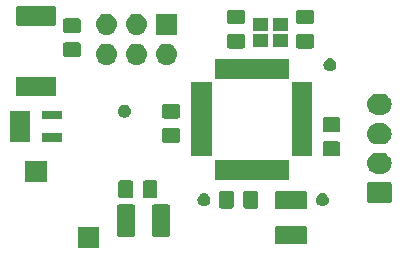
<source format=gbr>
G04 #@! TF.GenerationSoftware,KiCad,Pcbnew,(5.1.4-0-10_14)*
G04 #@! TF.CreationDate,2020-02-11T17:38:49-05:00*
G04 #@! TF.ProjectId,Chinchou,4368696e-6368-46f7-952e-6b696361645f,rev?*
G04 #@! TF.SameCoordinates,Original*
G04 #@! TF.FileFunction,Soldermask,Top*
G04 #@! TF.FilePolarity,Negative*
%FSLAX46Y46*%
G04 Gerber Fmt 4.6, Leading zero omitted, Abs format (unit mm)*
G04 Created by KiCad (PCBNEW (5.1.4-0-10_14)) date 2020-02-11 17:38:49*
%MOMM*%
%LPD*%
G04 APERTURE LIST*
%ADD10C,0.100000*%
G04 APERTURE END LIST*
D10*
G36*
X21841000Y-35741000D02*
G01*
X20039000Y-35741000D01*
X20039000Y-33939000D01*
X21841000Y-33939000D01*
X21841000Y-35741000D01*
X21841000Y-35741000D01*
G37*
G36*
X39325562Y-33875181D02*
G01*
X39360481Y-33885774D01*
X39392663Y-33902976D01*
X39420873Y-33926127D01*
X39444024Y-33954337D01*
X39461226Y-33986519D01*
X39471819Y-34021438D01*
X39476000Y-34063895D01*
X39476000Y-35205105D01*
X39471819Y-35247562D01*
X39461226Y-35282481D01*
X39444024Y-35314663D01*
X39420873Y-35342873D01*
X39392663Y-35366024D01*
X39360481Y-35383226D01*
X39325562Y-35393819D01*
X39283105Y-35398000D01*
X36916895Y-35398000D01*
X36874438Y-35393819D01*
X36839519Y-35383226D01*
X36807337Y-35366024D01*
X36779127Y-35342873D01*
X36755976Y-35314663D01*
X36738774Y-35282481D01*
X36728181Y-35247562D01*
X36724000Y-35205105D01*
X36724000Y-34063895D01*
X36728181Y-34021438D01*
X36738774Y-33986519D01*
X36755976Y-33954337D01*
X36779127Y-33926127D01*
X36807337Y-33902976D01*
X36839519Y-33885774D01*
X36874438Y-33875181D01*
X36916895Y-33871000D01*
X39283105Y-33871000D01*
X39325562Y-33875181D01*
X39325562Y-33875181D01*
G37*
G36*
X27718062Y-32029181D02*
G01*
X27752981Y-32039774D01*
X27785163Y-32056976D01*
X27813373Y-32080127D01*
X27836524Y-32108337D01*
X27853726Y-32140519D01*
X27864319Y-32175438D01*
X27868500Y-32217895D01*
X27868500Y-34584105D01*
X27864319Y-34626562D01*
X27853726Y-34661481D01*
X27836524Y-34693663D01*
X27813373Y-34721873D01*
X27785163Y-34745024D01*
X27752981Y-34762226D01*
X27718062Y-34772819D01*
X27675605Y-34777000D01*
X26534395Y-34777000D01*
X26491938Y-34772819D01*
X26457019Y-34762226D01*
X26424837Y-34745024D01*
X26396627Y-34721873D01*
X26373476Y-34693663D01*
X26356274Y-34661481D01*
X26345681Y-34626562D01*
X26341500Y-34584105D01*
X26341500Y-32217895D01*
X26345681Y-32175438D01*
X26356274Y-32140519D01*
X26373476Y-32108337D01*
X26396627Y-32080127D01*
X26424837Y-32056976D01*
X26457019Y-32039774D01*
X26491938Y-32029181D01*
X26534395Y-32025000D01*
X27675605Y-32025000D01*
X27718062Y-32029181D01*
X27718062Y-32029181D01*
G37*
G36*
X24743062Y-32029181D02*
G01*
X24777981Y-32039774D01*
X24810163Y-32056976D01*
X24838373Y-32080127D01*
X24861524Y-32108337D01*
X24878726Y-32140519D01*
X24889319Y-32175438D01*
X24893500Y-32217895D01*
X24893500Y-34584105D01*
X24889319Y-34626562D01*
X24878726Y-34661481D01*
X24861524Y-34693663D01*
X24838373Y-34721873D01*
X24810163Y-34745024D01*
X24777981Y-34762226D01*
X24743062Y-34772819D01*
X24700605Y-34777000D01*
X23559395Y-34777000D01*
X23516938Y-34772819D01*
X23482019Y-34762226D01*
X23449837Y-34745024D01*
X23421627Y-34721873D01*
X23398476Y-34693663D01*
X23381274Y-34661481D01*
X23370681Y-34626562D01*
X23366500Y-34584105D01*
X23366500Y-32217895D01*
X23370681Y-32175438D01*
X23381274Y-32140519D01*
X23398476Y-32108337D01*
X23421627Y-32080127D01*
X23449837Y-32056976D01*
X23482019Y-32039774D01*
X23516938Y-32029181D01*
X23559395Y-32025000D01*
X24700605Y-32025000D01*
X24743062Y-32029181D01*
X24743062Y-32029181D01*
G37*
G36*
X39325562Y-30900181D02*
G01*
X39360481Y-30910774D01*
X39392663Y-30927976D01*
X39420873Y-30951127D01*
X39444024Y-30979337D01*
X39461226Y-31011519D01*
X39471819Y-31046438D01*
X39476000Y-31088895D01*
X39476000Y-32230105D01*
X39471819Y-32272562D01*
X39461226Y-32307481D01*
X39444024Y-32339663D01*
X39420873Y-32367873D01*
X39392663Y-32391024D01*
X39360481Y-32408226D01*
X39325562Y-32418819D01*
X39283105Y-32423000D01*
X36916895Y-32423000D01*
X36874438Y-32418819D01*
X36839519Y-32408226D01*
X36807337Y-32391024D01*
X36779127Y-32367873D01*
X36755976Y-32339663D01*
X36738774Y-32307481D01*
X36728181Y-32272562D01*
X36724000Y-32230105D01*
X36724000Y-31088895D01*
X36728181Y-31046438D01*
X36738774Y-31011519D01*
X36755976Y-30979337D01*
X36779127Y-30951127D01*
X36807337Y-30927976D01*
X36839519Y-30910774D01*
X36874438Y-30900181D01*
X36916895Y-30896000D01*
X39283105Y-30896000D01*
X39325562Y-30900181D01*
X39325562Y-30900181D01*
G37*
G36*
X35152674Y-30876465D02*
G01*
X35190367Y-30887899D01*
X35225103Y-30906466D01*
X35255548Y-30931452D01*
X35280534Y-30961897D01*
X35299101Y-30996633D01*
X35310535Y-31034326D01*
X35315000Y-31079661D01*
X35315000Y-32166339D01*
X35310535Y-32211674D01*
X35299101Y-32249367D01*
X35280534Y-32284103D01*
X35255548Y-32314548D01*
X35225103Y-32339534D01*
X35190367Y-32358101D01*
X35152674Y-32369535D01*
X35107339Y-32374000D01*
X34270661Y-32374000D01*
X34225326Y-32369535D01*
X34187633Y-32358101D01*
X34152897Y-32339534D01*
X34122452Y-32314548D01*
X34097466Y-32284103D01*
X34078899Y-32249367D01*
X34067465Y-32211674D01*
X34063000Y-32166339D01*
X34063000Y-31079661D01*
X34067465Y-31034326D01*
X34078899Y-30996633D01*
X34097466Y-30961897D01*
X34122452Y-30931452D01*
X34152897Y-30906466D01*
X34187633Y-30887899D01*
X34225326Y-30876465D01*
X34270661Y-30872000D01*
X35107339Y-30872000D01*
X35152674Y-30876465D01*
X35152674Y-30876465D01*
G37*
G36*
X33102674Y-30876465D02*
G01*
X33140367Y-30887899D01*
X33175103Y-30906466D01*
X33205548Y-30931452D01*
X33230534Y-30961897D01*
X33249101Y-30996633D01*
X33260535Y-31034326D01*
X33265000Y-31079661D01*
X33265000Y-32166339D01*
X33260535Y-32211674D01*
X33249101Y-32249367D01*
X33230534Y-32284103D01*
X33205548Y-32314548D01*
X33175103Y-32339534D01*
X33140367Y-32358101D01*
X33102674Y-32369535D01*
X33057339Y-32374000D01*
X32220661Y-32374000D01*
X32175326Y-32369535D01*
X32137633Y-32358101D01*
X32102897Y-32339534D01*
X32072452Y-32314548D01*
X32047466Y-32284103D01*
X32028899Y-32249367D01*
X32017465Y-32211674D01*
X32013000Y-32166339D01*
X32013000Y-31079661D01*
X32017465Y-31034326D01*
X32028899Y-30996633D01*
X32047466Y-30961897D01*
X32072452Y-30931452D01*
X32102897Y-30906466D01*
X32137633Y-30887899D01*
X32175326Y-30876465D01*
X32220661Y-30872000D01*
X33057339Y-30872000D01*
X33102674Y-30876465D01*
X33102674Y-30876465D01*
G37*
G36*
X40927721Y-31093174D02*
G01*
X41027995Y-31134709D01*
X41071675Y-31163895D01*
X41118242Y-31195010D01*
X41194990Y-31271758D01*
X41194991Y-31271760D01*
X41255291Y-31362005D01*
X41296826Y-31462279D01*
X41318000Y-31568730D01*
X41318000Y-31677270D01*
X41296826Y-31783721D01*
X41255291Y-31883995D01*
X41255290Y-31883996D01*
X41194990Y-31974242D01*
X41118242Y-32050990D01*
X41109283Y-32056976D01*
X41027995Y-32111291D01*
X40927721Y-32152826D01*
X40821270Y-32174000D01*
X40712730Y-32174000D01*
X40606279Y-32152826D01*
X40506005Y-32111291D01*
X40424717Y-32056976D01*
X40415758Y-32050990D01*
X40339010Y-31974242D01*
X40278710Y-31883996D01*
X40278709Y-31883995D01*
X40237174Y-31783721D01*
X40216000Y-31677270D01*
X40216000Y-31568730D01*
X40237174Y-31462279D01*
X40278709Y-31362005D01*
X40339009Y-31271760D01*
X40339010Y-31271758D01*
X40415758Y-31195010D01*
X40462325Y-31163895D01*
X40506005Y-31134709D01*
X40606279Y-31093174D01*
X40712730Y-31072000D01*
X40821270Y-31072000D01*
X40927721Y-31093174D01*
X40927721Y-31093174D01*
G37*
G36*
X30894721Y-31093174D02*
G01*
X30994995Y-31134709D01*
X31038675Y-31163895D01*
X31085242Y-31195010D01*
X31161990Y-31271758D01*
X31161991Y-31271760D01*
X31222291Y-31362005D01*
X31263826Y-31462279D01*
X31285000Y-31568730D01*
X31285000Y-31677270D01*
X31263826Y-31783721D01*
X31222291Y-31883995D01*
X31222290Y-31883996D01*
X31161990Y-31974242D01*
X31085242Y-32050990D01*
X31076283Y-32056976D01*
X30994995Y-32111291D01*
X30894721Y-32152826D01*
X30788270Y-32174000D01*
X30679730Y-32174000D01*
X30573279Y-32152826D01*
X30473005Y-32111291D01*
X30391717Y-32056976D01*
X30382758Y-32050990D01*
X30306010Y-31974242D01*
X30245710Y-31883996D01*
X30245709Y-31883995D01*
X30204174Y-31783721D01*
X30183000Y-31677270D01*
X30183000Y-31568730D01*
X30204174Y-31462279D01*
X30245709Y-31362005D01*
X30306009Y-31271760D01*
X30306010Y-31271758D01*
X30382758Y-31195010D01*
X30429325Y-31163895D01*
X30473005Y-31134709D01*
X30573279Y-31093174D01*
X30679730Y-31072000D01*
X30788270Y-31072000D01*
X30894721Y-31093174D01*
X30894721Y-31093174D01*
G37*
G36*
X46476600Y-30137989D02*
G01*
X46509652Y-30148015D01*
X46540103Y-30164292D01*
X46566799Y-30186201D01*
X46588708Y-30212897D01*
X46604985Y-30243348D01*
X46615011Y-30276400D01*
X46619000Y-30316903D01*
X46619000Y-31753097D01*
X46615011Y-31793600D01*
X46604985Y-31826652D01*
X46588708Y-31857103D01*
X46566799Y-31883799D01*
X46540103Y-31905708D01*
X46509652Y-31921985D01*
X46476600Y-31932011D01*
X46436097Y-31936000D01*
X44749903Y-31936000D01*
X44709400Y-31932011D01*
X44676348Y-31921985D01*
X44645897Y-31905708D01*
X44619201Y-31883799D01*
X44597292Y-31857103D01*
X44581015Y-31826652D01*
X44570989Y-31793600D01*
X44567000Y-31753097D01*
X44567000Y-30316903D01*
X44570989Y-30276400D01*
X44581015Y-30243348D01*
X44597292Y-30212897D01*
X44619201Y-30186201D01*
X44645897Y-30164292D01*
X44676348Y-30148015D01*
X44709400Y-30137989D01*
X44749903Y-30134000D01*
X46436097Y-30134000D01*
X46476600Y-30137989D01*
X46476600Y-30137989D01*
G37*
G36*
X26634674Y-29987465D02*
G01*
X26672367Y-29998899D01*
X26707103Y-30017466D01*
X26737548Y-30042452D01*
X26762534Y-30072897D01*
X26781101Y-30107633D01*
X26792535Y-30145326D01*
X26797000Y-30190661D01*
X26797000Y-31277339D01*
X26792535Y-31322674D01*
X26781101Y-31360367D01*
X26762534Y-31395103D01*
X26737548Y-31425548D01*
X26707103Y-31450534D01*
X26672367Y-31469101D01*
X26634674Y-31480535D01*
X26589339Y-31485000D01*
X25752661Y-31485000D01*
X25707326Y-31480535D01*
X25669633Y-31469101D01*
X25634897Y-31450534D01*
X25604452Y-31425548D01*
X25579466Y-31395103D01*
X25560899Y-31360367D01*
X25549465Y-31322674D01*
X25545000Y-31277339D01*
X25545000Y-30190661D01*
X25549465Y-30145326D01*
X25560899Y-30107633D01*
X25579466Y-30072897D01*
X25604452Y-30042452D01*
X25634897Y-30017466D01*
X25669633Y-29998899D01*
X25707326Y-29987465D01*
X25752661Y-29983000D01*
X26589339Y-29983000D01*
X26634674Y-29987465D01*
X26634674Y-29987465D01*
G37*
G36*
X24584674Y-29987465D02*
G01*
X24622367Y-29998899D01*
X24657103Y-30017466D01*
X24687548Y-30042452D01*
X24712534Y-30072897D01*
X24731101Y-30107633D01*
X24742535Y-30145326D01*
X24747000Y-30190661D01*
X24747000Y-31277339D01*
X24742535Y-31322674D01*
X24731101Y-31360367D01*
X24712534Y-31395103D01*
X24687548Y-31425548D01*
X24657103Y-31450534D01*
X24622367Y-31469101D01*
X24584674Y-31480535D01*
X24539339Y-31485000D01*
X23702661Y-31485000D01*
X23657326Y-31480535D01*
X23619633Y-31469101D01*
X23584897Y-31450534D01*
X23554452Y-31425548D01*
X23529466Y-31395103D01*
X23510899Y-31360367D01*
X23499465Y-31322674D01*
X23495000Y-31277339D01*
X23495000Y-30190661D01*
X23499465Y-30145326D01*
X23510899Y-30107633D01*
X23529466Y-30072897D01*
X23554452Y-30042452D01*
X23584897Y-30017466D01*
X23619633Y-29998899D01*
X23657326Y-29987465D01*
X23702661Y-29983000D01*
X24539339Y-29983000D01*
X24584674Y-29987465D01*
X24584674Y-29987465D01*
G37*
G36*
X17411000Y-30111000D02*
G01*
X15609000Y-30111000D01*
X15609000Y-28309000D01*
X17411000Y-28309000D01*
X17411000Y-30111000D01*
X17411000Y-30111000D01*
G37*
G36*
X37905000Y-29925000D02*
G01*
X31653000Y-29925000D01*
X31653000Y-28223000D01*
X37905000Y-28223000D01*
X37905000Y-29925000D01*
X37905000Y-29925000D01*
G37*
G36*
X45828443Y-27640519D02*
G01*
X45894627Y-27647037D01*
X46064466Y-27698557D01*
X46220991Y-27782222D01*
X46256729Y-27811552D01*
X46358186Y-27894814D01*
X46441448Y-27996271D01*
X46470778Y-28032009D01*
X46554443Y-28188534D01*
X46605963Y-28358373D01*
X46623359Y-28535000D01*
X46605963Y-28711627D01*
X46554443Y-28881466D01*
X46470778Y-29037991D01*
X46441448Y-29073729D01*
X46358186Y-29175186D01*
X46256729Y-29258448D01*
X46220991Y-29287778D01*
X46064466Y-29371443D01*
X45894627Y-29422963D01*
X45828443Y-29429481D01*
X45762260Y-29436000D01*
X45423740Y-29436000D01*
X45357557Y-29429481D01*
X45291373Y-29422963D01*
X45121534Y-29371443D01*
X44965009Y-29287778D01*
X44929271Y-29258448D01*
X44827814Y-29175186D01*
X44744552Y-29073729D01*
X44715222Y-29037991D01*
X44631557Y-28881466D01*
X44580037Y-28711627D01*
X44562641Y-28535000D01*
X44580037Y-28358373D01*
X44631557Y-28188534D01*
X44715222Y-28032009D01*
X44744552Y-27996271D01*
X44827814Y-27894814D01*
X44929271Y-27811552D01*
X44965009Y-27782222D01*
X45121534Y-27698557D01*
X45291373Y-27647037D01*
X45357557Y-27640519D01*
X45423740Y-27634000D01*
X45762260Y-27634000D01*
X45828443Y-27640519D01*
X45828443Y-27640519D01*
G37*
G36*
X39880000Y-27950000D02*
G01*
X38178000Y-27950000D01*
X38178000Y-21698000D01*
X39880000Y-21698000D01*
X39880000Y-27950000D01*
X39880000Y-27950000D01*
G37*
G36*
X31380000Y-27950000D02*
G01*
X29678000Y-27950000D01*
X29678000Y-21698000D01*
X31380000Y-21698000D01*
X31380000Y-27950000D01*
X31380000Y-27950000D01*
G37*
G36*
X42117674Y-26692465D02*
G01*
X42155367Y-26703899D01*
X42190103Y-26722466D01*
X42220548Y-26747452D01*
X42245534Y-26777897D01*
X42264101Y-26812633D01*
X42275535Y-26850326D01*
X42280000Y-26895661D01*
X42280000Y-27732339D01*
X42275535Y-27777674D01*
X42264101Y-27815367D01*
X42245534Y-27850103D01*
X42220548Y-27880548D01*
X42190103Y-27905534D01*
X42155367Y-27924101D01*
X42117674Y-27935535D01*
X42072339Y-27940000D01*
X40985661Y-27940000D01*
X40940326Y-27935535D01*
X40902633Y-27924101D01*
X40867897Y-27905534D01*
X40837452Y-27880548D01*
X40812466Y-27850103D01*
X40793899Y-27815367D01*
X40782465Y-27777674D01*
X40778000Y-27732339D01*
X40778000Y-26895661D01*
X40782465Y-26850326D01*
X40793899Y-26812633D01*
X40812466Y-26777897D01*
X40837452Y-26747452D01*
X40867897Y-26722466D01*
X40902633Y-26703899D01*
X40940326Y-26692465D01*
X40985661Y-26688000D01*
X42072339Y-26688000D01*
X42117674Y-26692465D01*
X42117674Y-26692465D01*
G37*
G36*
X45828443Y-25140519D02*
G01*
X45894627Y-25147037D01*
X46064466Y-25198557D01*
X46220991Y-25282222D01*
X46256729Y-25311552D01*
X46358186Y-25394814D01*
X46441448Y-25496271D01*
X46470778Y-25532009D01*
X46554443Y-25688534D01*
X46605963Y-25858373D01*
X46623359Y-26035000D01*
X46605963Y-26211627D01*
X46554443Y-26381466D01*
X46470778Y-26537991D01*
X46441448Y-26573729D01*
X46358186Y-26675186D01*
X46295924Y-26726282D01*
X46220991Y-26787778D01*
X46064466Y-26871443D01*
X45894627Y-26922963D01*
X45828443Y-26929481D01*
X45762260Y-26936000D01*
X45423740Y-26936000D01*
X45357557Y-26929481D01*
X45291373Y-26922963D01*
X45121534Y-26871443D01*
X44965009Y-26787778D01*
X44890076Y-26726282D01*
X44827814Y-26675186D01*
X44744552Y-26573729D01*
X44715222Y-26537991D01*
X44631557Y-26381466D01*
X44580037Y-26211627D01*
X44562641Y-26035000D01*
X44580037Y-25858373D01*
X44631557Y-25688534D01*
X44715222Y-25532009D01*
X44744552Y-25496271D01*
X44827814Y-25394814D01*
X44929271Y-25311552D01*
X44965009Y-25282222D01*
X45121534Y-25198557D01*
X45291373Y-25147037D01*
X45357558Y-25140518D01*
X45423740Y-25134000D01*
X45762260Y-25134000D01*
X45828443Y-25140519D01*
X45828443Y-25140519D01*
G37*
G36*
X28528674Y-25558465D02*
G01*
X28566367Y-25569899D01*
X28601103Y-25588466D01*
X28631548Y-25613452D01*
X28656534Y-25643897D01*
X28675101Y-25678633D01*
X28686535Y-25716326D01*
X28691000Y-25761661D01*
X28691000Y-26598339D01*
X28686535Y-26643674D01*
X28675101Y-26681367D01*
X28656534Y-26716103D01*
X28631548Y-26746548D01*
X28601103Y-26771534D01*
X28566367Y-26790101D01*
X28528674Y-26801535D01*
X28483339Y-26806000D01*
X27396661Y-26806000D01*
X27351326Y-26801535D01*
X27313633Y-26790101D01*
X27278897Y-26771534D01*
X27248452Y-26746548D01*
X27223466Y-26716103D01*
X27204899Y-26681367D01*
X27193465Y-26643674D01*
X27189000Y-26598339D01*
X27189000Y-25761661D01*
X27193465Y-25716326D01*
X27204899Y-25678633D01*
X27223466Y-25643897D01*
X27248452Y-25613452D01*
X27278897Y-25588466D01*
X27313633Y-25569899D01*
X27351326Y-25558465D01*
X27396661Y-25554000D01*
X28483339Y-25554000D01*
X28528674Y-25558465D01*
X28528674Y-25558465D01*
G37*
G36*
X18691000Y-26726000D02*
G01*
X17029000Y-26726000D01*
X17029000Y-25974000D01*
X18691000Y-25974000D01*
X18691000Y-26726000D01*
X18691000Y-26726000D01*
G37*
G36*
X15991000Y-26726000D02*
G01*
X14329000Y-26726000D01*
X14329000Y-24074000D01*
X15991000Y-24074000D01*
X15991000Y-26726000D01*
X15991000Y-26726000D01*
G37*
G36*
X42117674Y-24642465D02*
G01*
X42155367Y-24653899D01*
X42190103Y-24672466D01*
X42220548Y-24697452D01*
X42245534Y-24727897D01*
X42264101Y-24762633D01*
X42275535Y-24800326D01*
X42280000Y-24845661D01*
X42280000Y-25682339D01*
X42275535Y-25727674D01*
X42264101Y-25765367D01*
X42245534Y-25800103D01*
X42220548Y-25830548D01*
X42190103Y-25855534D01*
X42155367Y-25874101D01*
X42117674Y-25885535D01*
X42072339Y-25890000D01*
X40985661Y-25890000D01*
X40940326Y-25885535D01*
X40902633Y-25874101D01*
X40867897Y-25855534D01*
X40837452Y-25830548D01*
X40812466Y-25800103D01*
X40793899Y-25765367D01*
X40782465Y-25727674D01*
X40778000Y-25682339D01*
X40778000Y-24845661D01*
X40782465Y-24800326D01*
X40793899Y-24762633D01*
X40812466Y-24727897D01*
X40837452Y-24697452D01*
X40867897Y-24672466D01*
X40902633Y-24653899D01*
X40940326Y-24642465D01*
X40985661Y-24638000D01*
X42072339Y-24638000D01*
X42117674Y-24642465D01*
X42117674Y-24642465D01*
G37*
G36*
X18691000Y-24826000D02*
G01*
X17029000Y-24826000D01*
X17029000Y-24074000D01*
X18691000Y-24074000D01*
X18691000Y-24826000D01*
X18691000Y-24826000D01*
G37*
G36*
X28528674Y-23508465D02*
G01*
X28566367Y-23519899D01*
X28601103Y-23538466D01*
X28631548Y-23563452D01*
X28656534Y-23593897D01*
X28675101Y-23628633D01*
X28686535Y-23666326D01*
X28691000Y-23711661D01*
X28691000Y-24548339D01*
X28686535Y-24593674D01*
X28675101Y-24631367D01*
X28656534Y-24666103D01*
X28631548Y-24696548D01*
X28601103Y-24721534D01*
X28566367Y-24740101D01*
X28528674Y-24751535D01*
X28483339Y-24756000D01*
X27396661Y-24756000D01*
X27351326Y-24751535D01*
X27313633Y-24740101D01*
X27278897Y-24721534D01*
X27248452Y-24696548D01*
X27223466Y-24666103D01*
X27204899Y-24631367D01*
X27193465Y-24593674D01*
X27189000Y-24548339D01*
X27189000Y-23711661D01*
X27193465Y-23666326D01*
X27204899Y-23628633D01*
X27223466Y-23593897D01*
X27248452Y-23563452D01*
X27278897Y-23538466D01*
X27313633Y-23519899D01*
X27351326Y-23508465D01*
X27396661Y-23504000D01*
X28483339Y-23504000D01*
X28528674Y-23508465D01*
X28528674Y-23508465D01*
G37*
G36*
X24163721Y-23600174D02*
G01*
X24263995Y-23641709D01*
X24263996Y-23641710D01*
X24354242Y-23702010D01*
X24430990Y-23778758D01*
X24430991Y-23778760D01*
X24491291Y-23869005D01*
X24532826Y-23969279D01*
X24554000Y-24075730D01*
X24554000Y-24184270D01*
X24532826Y-24290721D01*
X24491291Y-24390995D01*
X24461345Y-24435812D01*
X24430990Y-24481242D01*
X24354242Y-24557990D01*
X24309354Y-24587983D01*
X24263995Y-24618291D01*
X24163721Y-24659826D01*
X24057270Y-24681000D01*
X23948730Y-24681000D01*
X23842279Y-24659826D01*
X23742005Y-24618291D01*
X23696646Y-24587983D01*
X23651758Y-24557990D01*
X23575010Y-24481242D01*
X23544655Y-24435812D01*
X23514709Y-24390995D01*
X23473174Y-24290721D01*
X23452000Y-24184270D01*
X23452000Y-24075730D01*
X23473174Y-23969279D01*
X23514709Y-23869005D01*
X23575009Y-23778760D01*
X23575010Y-23778758D01*
X23651758Y-23702010D01*
X23742004Y-23641710D01*
X23742005Y-23641709D01*
X23842279Y-23600174D01*
X23948730Y-23579000D01*
X24057270Y-23579000D01*
X24163721Y-23600174D01*
X24163721Y-23600174D01*
G37*
G36*
X45828443Y-22640519D02*
G01*
X45894627Y-22647037D01*
X46064466Y-22698557D01*
X46220991Y-22782222D01*
X46239071Y-22797060D01*
X46358186Y-22894814D01*
X46441448Y-22996271D01*
X46470778Y-23032009D01*
X46554443Y-23188534D01*
X46605963Y-23358373D01*
X46623359Y-23535000D01*
X46605963Y-23711627D01*
X46554443Y-23881466D01*
X46470778Y-24037991D01*
X46441448Y-24073729D01*
X46358186Y-24175186D01*
X46256729Y-24258448D01*
X46220991Y-24287778D01*
X46064466Y-24371443D01*
X45894627Y-24422963D01*
X45828443Y-24429481D01*
X45762260Y-24436000D01*
X45423740Y-24436000D01*
X45357557Y-24429481D01*
X45291373Y-24422963D01*
X45121534Y-24371443D01*
X44965009Y-24287778D01*
X44929271Y-24258448D01*
X44827814Y-24175186D01*
X44744552Y-24073729D01*
X44715222Y-24037991D01*
X44631557Y-23881466D01*
X44580037Y-23711627D01*
X44562641Y-23535000D01*
X44580037Y-23358373D01*
X44631557Y-23188534D01*
X44715222Y-23032009D01*
X44744552Y-22996271D01*
X44827814Y-22894814D01*
X44946929Y-22797060D01*
X44965009Y-22782222D01*
X45121534Y-22698557D01*
X45291373Y-22647037D01*
X45357557Y-22640519D01*
X45423740Y-22634000D01*
X45762260Y-22634000D01*
X45828443Y-22640519D01*
X45828443Y-22640519D01*
G37*
G36*
X18088820Y-21228103D02*
G01*
X18122985Y-21238467D01*
X18154464Y-21255293D01*
X18182060Y-21277940D01*
X18204707Y-21305536D01*
X18221533Y-21337015D01*
X18231897Y-21371180D01*
X18236000Y-21412842D01*
X18236000Y-22662158D01*
X18231897Y-22703820D01*
X18221533Y-22737985D01*
X18204707Y-22769464D01*
X18182060Y-22797060D01*
X18154464Y-22819707D01*
X18122985Y-22836533D01*
X18088820Y-22846897D01*
X18047158Y-22851000D01*
X14972842Y-22851000D01*
X14931180Y-22846897D01*
X14897015Y-22836533D01*
X14865536Y-22819707D01*
X14837940Y-22797060D01*
X14815293Y-22769464D01*
X14798467Y-22737985D01*
X14788103Y-22703820D01*
X14784000Y-22662158D01*
X14784000Y-21412842D01*
X14788103Y-21371180D01*
X14798467Y-21337015D01*
X14815293Y-21305536D01*
X14837940Y-21277940D01*
X14865536Y-21255293D01*
X14897015Y-21238467D01*
X14931180Y-21228103D01*
X14972842Y-21224000D01*
X18047158Y-21224000D01*
X18088820Y-21228103D01*
X18088820Y-21228103D01*
G37*
G36*
X37905000Y-21425000D02*
G01*
X31653000Y-21425000D01*
X31653000Y-19723000D01*
X37905000Y-19723000D01*
X37905000Y-21425000D01*
X37905000Y-21425000D01*
G37*
G36*
X41562721Y-19663174D02*
G01*
X41662995Y-19704709D01*
X41662996Y-19704710D01*
X41753242Y-19765010D01*
X41829990Y-19841758D01*
X41829991Y-19841760D01*
X41890291Y-19932005D01*
X41931826Y-20032279D01*
X41953000Y-20138730D01*
X41953000Y-20247270D01*
X41931826Y-20353721D01*
X41890291Y-20453995D01*
X41890290Y-20453996D01*
X41829990Y-20544242D01*
X41753242Y-20620990D01*
X41707812Y-20651345D01*
X41662995Y-20681291D01*
X41562721Y-20722826D01*
X41456270Y-20744000D01*
X41347730Y-20744000D01*
X41241279Y-20722826D01*
X41141005Y-20681291D01*
X41096188Y-20651345D01*
X41050758Y-20620990D01*
X40974010Y-20544242D01*
X40913710Y-20453996D01*
X40913709Y-20453995D01*
X40872174Y-20353721D01*
X40851000Y-20247270D01*
X40851000Y-20138730D01*
X40872174Y-20032279D01*
X40913709Y-19932005D01*
X40974009Y-19841760D01*
X40974010Y-19841758D01*
X41050758Y-19765010D01*
X41141004Y-19704710D01*
X41141005Y-19704709D01*
X41241279Y-19663174D01*
X41347730Y-19642000D01*
X41456270Y-19642000D01*
X41562721Y-19663174D01*
X41562721Y-19663174D01*
G37*
G36*
X27669443Y-18409519D02*
G01*
X27735627Y-18416037D01*
X27905466Y-18467557D01*
X28061991Y-18551222D01*
X28079543Y-18565627D01*
X28199186Y-18663814D01*
X28282448Y-18765271D01*
X28311778Y-18801009D01*
X28395443Y-18957534D01*
X28446963Y-19127373D01*
X28464359Y-19304000D01*
X28446963Y-19480627D01*
X28395443Y-19650466D01*
X28311778Y-19806991D01*
X28283245Y-19841758D01*
X28199186Y-19944186D01*
X28097729Y-20027448D01*
X28061991Y-20056778D01*
X27905466Y-20140443D01*
X27735627Y-20191963D01*
X27669443Y-20198481D01*
X27603260Y-20205000D01*
X27514740Y-20205000D01*
X27448557Y-20198481D01*
X27382373Y-20191963D01*
X27212534Y-20140443D01*
X27056009Y-20056778D01*
X27020271Y-20027448D01*
X26918814Y-19944186D01*
X26834755Y-19841758D01*
X26806222Y-19806991D01*
X26722557Y-19650466D01*
X26671037Y-19480627D01*
X26653641Y-19304000D01*
X26671037Y-19127373D01*
X26722557Y-18957534D01*
X26806222Y-18801009D01*
X26835552Y-18765271D01*
X26918814Y-18663814D01*
X27038457Y-18565627D01*
X27056009Y-18551222D01*
X27212534Y-18467557D01*
X27382373Y-18416037D01*
X27448557Y-18409519D01*
X27514740Y-18403000D01*
X27603260Y-18403000D01*
X27669443Y-18409519D01*
X27669443Y-18409519D01*
G37*
G36*
X25129443Y-18409519D02*
G01*
X25195627Y-18416037D01*
X25365466Y-18467557D01*
X25521991Y-18551222D01*
X25539543Y-18565627D01*
X25659186Y-18663814D01*
X25742448Y-18765271D01*
X25771778Y-18801009D01*
X25855443Y-18957534D01*
X25906963Y-19127373D01*
X25924359Y-19304000D01*
X25906963Y-19480627D01*
X25855443Y-19650466D01*
X25771778Y-19806991D01*
X25743245Y-19841758D01*
X25659186Y-19944186D01*
X25557729Y-20027448D01*
X25521991Y-20056778D01*
X25365466Y-20140443D01*
X25195627Y-20191963D01*
X25129443Y-20198481D01*
X25063260Y-20205000D01*
X24974740Y-20205000D01*
X24908557Y-20198481D01*
X24842373Y-20191963D01*
X24672534Y-20140443D01*
X24516009Y-20056778D01*
X24480271Y-20027448D01*
X24378814Y-19944186D01*
X24294755Y-19841758D01*
X24266222Y-19806991D01*
X24182557Y-19650466D01*
X24131037Y-19480627D01*
X24113641Y-19304000D01*
X24131037Y-19127373D01*
X24182557Y-18957534D01*
X24266222Y-18801009D01*
X24295552Y-18765271D01*
X24378814Y-18663814D01*
X24498457Y-18565627D01*
X24516009Y-18551222D01*
X24672534Y-18467557D01*
X24842373Y-18416037D01*
X24908557Y-18409519D01*
X24974740Y-18403000D01*
X25063260Y-18403000D01*
X25129443Y-18409519D01*
X25129443Y-18409519D01*
G37*
G36*
X22589443Y-18409519D02*
G01*
X22655627Y-18416037D01*
X22825466Y-18467557D01*
X22981991Y-18551222D01*
X22999543Y-18565627D01*
X23119186Y-18663814D01*
X23202448Y-18765271D01*
X23231778Y-18801009D01*
X23315443Y-18957534D01*
X23366963Y-19127373D01*
X23384359Y-19304000D01*
X23366963Y-19480627D01*
X23315443Y-19650466D01*
X23231778Y-19806991D01*
X23203245Y-19841758D01*
X23119186Y-19944186D01*
X23017729Y-20027448D01*
X22981991Y-20056778D01*
X22825466Y-20140443D01*
X22655627Y-20191963D01*
X22589443Y-20198481D01*
X22523260Y-20205000D01*
X22434740Y-20205000D01*
X22368557Y-20198481D01*
X22302373Y-20191963D01*
X22132534Y-20140443D01*
X21976009Y-20056778D01*
X21940271Y-20027448D01*
X21838814Y-19944186D01*
X21754755Y-19841758D01*
X21726222Y-19806991D01*
X21642557Y-19650466D01*
X21591037Y-19480627D01*
X21573641Y-19304000D01*
X21591037Y-19127373D01*
X21642557Y-18957534D01*
X21726222Y-18801009D01*
X21755552Y-18765271D01*
X21838814Y-18663814D01*
X21958457Y-18565627D01*
X21976009Y-18551222D01*
X22132534Y-18467557D01*
X22302373Y-18416037D01*
X22368557Y-18409519D01*
X22434740Y-18403000D01*
X22523260Y-18403000D01*
X22589443Y-18409519D01*
X22589443Y-18409519D01*
G37*
G36*
X20146674Y-18310465D02*
G01*
X20184367Y-18321899D01*
X20219103Y-18340466D01*
X20249548Y-18365452D01*
X20274534Y-18395897D01*
X20293101Y-18430633D01*
X20304535Y-18468326D01*
X20309000Y-18513661D01*
X20309000Y-19350339D01*
X20304535Y-19395674D01*
X20293101Y-19433367D01*
X20274534Y-19468103D01*
X20249548Y-19498548D01*
X20219103Y-19523534D01*
X20184367Y-19542101D01*
X20146674Y-19553535D01*
X20101339Y-19558000D01*
X19014661Y-19558000D01*
X18969326Y-19553535D01*
X18931633Y-19542101D01*
X18896897Y-19523534D01*
X18866452Y-19498548D01*
X18841466Y-19468103D01*
X18822899Y-19433367D01*
X18811465Y-19395674D01*
X18807000Y-19350339D01*
X18807000Y-18513661D01*
X18811465Y-18468326D01*
X18822899Y-18430633D01*
X18841466Y-18395897D01*
X18866452Y-18365452D01*
X18896897Y-18340466D01*
X18931633Y-18321899D01*
X18969326Y-18310465D01*
X19014661Y-18306000D01*
X20101339Y-18306000D01*
X20146674Y-18310465D01*
X20146674Y-18310465D01*
G37*
G36*
X39882474Y-17590265D02*
G01*
X39920167Y-17601699D01*
X39954903Y-17620266D01*
X39985348Y-17645252D01*
X40010334Y-17675697D01*
X40028901Y-17710433D01*
X40040335Y-17748126D01*
X40044800Y-17793461D01*
X40044800Y-18630139D01*
X40040335Y-18675474D01*
X40028901Y-18713167D01*
X40010334Y-18747903D01*
X39985348Y-18778348D01*
X39954903Y-18803334D01*
X39920167Y-18821901D01*
X39882474Y-18833335D01*
X39837139Y-18837800D01*
X38750461Y-18837800D01*
X38705126Y-18833335D01*
X38667433Y-18821901D01*
X38632697Y-18803334D01*
X38602252Y-18778348D01*
X38577266Y-18747903D01*
X38558699Y-18713167D01*
X38547265Y-18675474D01*
X38542800Y-18630139D01*
X38542800Y-17793461D01*
X38547265Y-17748126D01*
X38558699Y-17710433D01*
X38577266Y-17675697D01*
X38602252Y-17645252D01*
X38632697Y-17620266D01*
X38667433Y-17601699D01*
X38705126Y-17590265D01*
X38750461Y-17585800D01*
X39837139Y-17585800D01*
X39882474Y-17590265D01*
X39882474Y-17590265D01*
G37*
G36*
X34040474Y-17590265D02*
G01*
X34078167Y-17601699D01*
X34112903Y-17620266D01*
X34143348Y-17645252D01*
X34168334Y-17675697D01*
X34186901Y-17710433D01*
X34198335Y-17748126D01*
X34202800Y-17793461D01*
X34202800Y-18630139D01*
X34198335Y-18675474D01*
X34186901Y-18713167D01*
X34168334Y-18747903D01*
X34143348Y-18778348D01*
X34112903Y-18803334D01*
X34078167Y-18821901D01*
X34040474Y-18833335D01*
X33995139Y-18837800D01*
X32908461Y-18837800D01*
X32863126Y-18833335D01*
X32825433Y-18821901D01*
X32790697Y-18803334D01*
X32760252Y-18778348D01*
X32735266Y-18747903D01*
X32716699Y-18713167D01*
X32705265Y-18675474D01*
X32700800Y-18630139D01*
X32700800Y-17793461D01*
X32705265Y-17748126D01*
X32716699Y-17710433D01*
X32735266Y-17675697D01*
X32760252Y-17645252D01*
X32790697Y-17620266D01*
X32825433Y-17601699D01*
X32863126Y-17590265D01*
X32908461Y-17585800D01*
X33995139Y-17585800D01*
X34040474Y-17590265D01*
X34040474Y-17590265D01*
G37*
G36*
X37873800Y-18700800D02*
G01*
X36621800Y-18700800D01*
X36621800Y-17598800D01*
X37873800Y-17598800D01*
X37873800Y-18700800D01*
X37873800Y-18700800D01*
G37*
G36*
X36123800Y-18700800D02*
G01*
X34871800Y-18700800D01*
X34871800Y-17598800D01*
X36123800Y-17598800D01*
X36123800Y-18700800D01*
X36123800Y-18700800D01*
G37*
G36*
X28460000Y-17665000D02*
G01*
X26658000Y-17665000D01*
X26658000Y-15863000D01*
X28460000Y-15863000D01*
X28460000Y-17665000D01*
X28460000Y-17665000D01*
G37*
G36*
X25129443Y-15869519D02*
G01*
X25195627Y-15876037D01*
X25365466Y-15927557D01*
X25521991Y-16011222D01*
X25557729Y-16040552D01*
X25659186Y-16123814D01*
X25742448Y-16225271D01*
X25771778Y-16261009D01*
X25855443Y-16417534D01*
X25906963Y-16587373D01*
X25924359Y-16764000D01*
X25906963Y-16940627D01*
X25855443Y-17110466D01*
X25771778Y-17266991D01*
X25753777Y-17288925D01*
X25659186Y-17404186D01*
X25574684Y-17473534D01*
X25521991Y-17516778D01*
X25365466Y-17600443D01*
X25195627Y-17651963D01*
X25129442Y-17658482D01*
X25063260Y-17665000D01*
X24974740Y-17665000D01*
X24908558Y-17658482D01*
X24842373Y-17651963D01*
X24672534Y-17600443D01*
X24516009Y-17516778D01*
X24463316Y-17473534D01*
X24378814Y-17404186D01*
X24284223Y-17288925D01*
X24266222Y-17266991D01*
X24182557Y-17110466D01*
X24131037Y-16940627D01*
X24113641Y-16764000D01*
X24131037Y-16587373D01*
X24182557Y-16417534D01*
X24266222Y-16261009D01*
X24295552Y-16225271D01*
X24378814Y-16123814D01*
X24480271Y-16040552D01*
X24516009Y-16011222D01*
X24672534Y-15927557D01*
X24842373Y-15876037D01*
X24908557Y-15869519D01*
X24974740Y-15863000D01*
X25063260Y-15863000D01*
X25129443Y-15869519D01*
X25129443Y-15869519D01*
G37*
G36*
X22589443Y-15869519D02*
G01*
X22655627Y-15876037D01*
X22825466Y-15927557D01*
X22981991Y-16011222D01*
X23017729Y-16040552D01*
X23119186Y-16123814D01*
X23202448Y-16225271D01*
X23231778Y-16261009D01*
X23315443Y-16417534D01*
X23366963Y-16587373D01*
X23384359Y-16764000D01*
X23366963Y-16940627D01*
X23315443Y-17110466D01*
X23231778Y-17266991D01*
X23213777Y-17288925D01*
X23119186Y-17404186D01*
X23034684Y-17473534D01*
X22981991Y-17516778D01*
X22825466Y-17600443D01*
X22655627Y-17651963D01*
X22589442Y-17658482D01*
X22523260Y-17665000D01*
X22434740Y-17665000D01*
X22368558Y-17658482D01*
X22302373Y-17651963D01*
X22132534Y-17600443D01*
X21976009Y-17516778D01*
X21923316Y-17473534D01*
X21838814Y-17404186D01*
X21744223Y-17288925D01*
X21726222Y-17266991D01*
X21642557Y-17110466D01*
X21591037Y-16940627D01*
X21573641Y-16764000D01*
X21591037Y-16587373D01*
X21642557Y-16417534D01*
X21726222Y-16261009D01*
X21755552Y-16225271D01*
X21838814Y-16123814D01*
X21940271Y-16040552D01*
X21976009Y-16011222D01*
X22132534Y-15927557D01*
X22302373Y-15876037D01*
X22368557Y-15869519D01*
X22434740Y-15863000D01*
X22523260Y-15863000D01*
X22589443Y-15869519D01*
X22589443Y-15869519D01*
G37*
G36*
X20146674Y-16260465D02*
G01*
X20184367Y-16271899D01*
X20219103Y-16290466D01*
X20249548Y-16315452D01*
X20274534Y-16345897D01*
X20293101Y-16380633D01*
X20304535Y-16418326D01*
X20309000Y-16463661D01*
X20309000Y-17300339D01*
X20304535Y-17345674D01*
X20293101Y-17383367D01*
X20274534Y-17418103D01*
X20249548Y-17448548D01*
X20219103Y-17473534D01*
X20184367Y-17492101D01*
X20146674Y-17503535D01*
X20101339Y-17508000D01*
X19014661Y-17508000D01*
X18969326Y-17503535D01*
X18931633Y-17492101D01*
X18896897Y-17473534D01*
X18866452Y-17448548D01*
X18841466Y-17418103D01*
X18822899Y-17383367D01*
X18811465Y-17345674D01*
X18807000Y-17300339D01*
X18807000Y-16463661D01*
X18811465Y-16418326D01*
X18822899Y-16380633D01*
X18841466Y-16345897D01*
X18866452Y-16315452D01*
X18896897Y-16290466D01*
X18931633Y-16271899D01*
X18969326Y-16260465D01*
X19014661Y-16256000D01*
X20101339Y-16256000D01*
X20146674Y-16260465D01*
X20146674Y-16260465D01*
G37*
G36*
X37873800Y-17300800D02*
G01*
X36621800Y-17300800D01*
X36621800Y-16198800D01*
X37873800Y-16198800D01*
X37873800Y-17300800D01*
X37873800Y-17300800D01*
G37*
G36*
X36123800Y-17300800D02*
G01*
X34871800Y-17300800D01*
X34871800Y-16198800D01*
X36123800Y-16198800D01*
X36123800Y-17300800D01*
X36123800Y-17300800D01*
G37*
G36*
X18088820Y-15253103D02*
G01*
X18122985Y-15263467D01*
X18154464Y-15280293D01*
X18182060Y-15302940D01*
X18204707Y-15330536D01*
X18221533Y-15362015D01*
X18231897Y-15396180D01*
X18236000Y-15437842D01*
X18236000Y-16687158D01*
X18231897Y-16728820D01*
X18221533Y-16762985D01*
X18204707Y-16794464D01*
X18182060Y-16822060D01*
X18154464Y-16844707D01*
X18122985Y-16861533D01*
X18088820Y-16871897D01*
X18047158Y-16876000D01*
X14972842Y-16876000D01*
X14931180Y-16871897D01*
X14897015Y-16861533D01*
X14865536Y-16844707D01*
X14837940Y-16822060D01*
X14815293Y-16794464D01*
X14798467Y-16762985D01*
X14788103Y-16728820D01*
X14784000Y-16687158D01*
X14784000Y-15437842D01*
X14788103Y-15396180D01*
X14798467Y-15362015D01*
X14815293Y-15330536D01*
X14837940Y-15302940D01*
X14865536Y-15280293D01*
X14897015Y-15263467D01*
X14931180Y-15253103D01*
X14972842Y-15249000D01*
X18047158Y-15249000D01*
X18088820Y-15253103D01*
X18088820Y-15253103D01*
G37*
G36*
X34040474Y-15540265D02*
G01*
X34078167Y-15551699D01*
X34112903Y-15570266D01*
X34143348Y-15595252D01*
X34168334Y-15625697D01*
X34186901Y-15660433D01*
X34198335Y-15698126D01*
X34202800Y-15743461D01*
X34202800Y-16580139D01*
X34198335Y-16625474D01*
X34186901Y-16663167D01*
X34168334Y-16697903D01*
X34143348Y-16728348D01*
X34112903Y-16753334D01*
X34078167Y-16771901D01*
X34040474Y-16783335D01*
X33995139Y-16787800D01*
X32908461Y-16787800D01*
X32863126Y-16783335D01*
X32825433Y-16771901D01*
X32790697Y-16753334D01*
X32760252Y-16728348D01*
X32735266Y-16697903D01*
X32716699Y-16663167D01*
X32705265Y-16625474D01*
X32700800Y-16580139D01*
X32700800Y-15743461D01*
X32705265Y-15698126D01*
X32716699Y-15660433D01*
X32735266Y-15625697D01*
X32760252Y-15595252D01*
X32790697Y-15570266D01*
X32825433Y-15551699D01*
X32863126Y-15540265D01*
X32908461Y-15535800D01*
X33995139Y-15535800D01*
X34040474Y-15540265D01*
X34040474Y-15540265D01*
G37*
G36*
X39882474Y-15540265D02*
G01*
X39920167Y-15551699D01*
X39954903Y-15570266D01*
X39985348Y-15595252D01*
X40010334Y-15625697D01*
X40028901Y-15660433D01*
X40040335Y-15698126D01*
X40044800Y-15743461D01*
X40044800Y-16580139D01*
X40040335Y-16625474D01*
X40028901Y-16663167D01*
X40010334Y-16697903D01*
X39985348Y-16728348D01*
X39954903Y-16753334D01*
X39920167Y-16771901D01*
X39882474Y-16783335D01*
X39837139Y-16787800D01*
X38750461Y-16787800D01*
X38705126Y-16783335D01*
X38667433Y-16771901D01*
X38632697Y-16753334D01*
X38602252Y-16728348D01*
X38577266Y-16697903D01*
X38558699Y-16663167D01*
X38547265Y-16625474D01*
X38542800Y-16580139D01*
X38542800Y-15743461D01*
X38547265Y-15698126D01*
X38558699Y-15660433D01*
X38577266Y-15625697D01*
X38602252Y-15595252D01*
X38632697Y-15570266D01*
X38667433Y-15551699D01*
X38705126Y-15540265D01*
X38750461Y-15535800D01*
X39837139Y-15535800D01*
X39882474Y-15540265D01*
X39882474Y-15540265D01*
G37*
M02*

</source>
